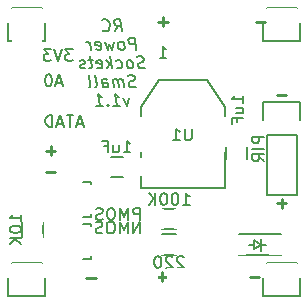
<source format=gbo>
G04 #@! TF.FileFunction,Legend,Bot*
%FSLAX46Y46*%
G04 Gerber Fmt 4.6, Leading zero omitted, Abs format (unit mm)*
G04 Created by KiCad (PCBNEW 4.0.1-stable) date 01/09/2016 20:31:34*
%MOMM*%
G01*
G04 APERTURE LIST*
%ADD10C,0.101600*%
%ADD11C,0.152400*%
%ADD12C,0.254000*%
%ADD13C,0.150000*%
%ADD14R,1.650000X1.900000*%
%ADD15R,4.057600X2.432000*%
%ADD16R,1.416000X2.432000*%
%ADD17R,2.200860X1.200100*%
%ADD18R,2.432000X2.127200*%
%ADD19O,2.432000X2.127200*%
%ADD20R,1.900000X1.650000*%
%ADD21R,1.900000X1.700000*%
%ADD22R,1.700000X1.900000*%
%ADD23R,2.127200X2.127200*%
%ADD24O,2.127200X2.127200*%
%ADD25R,2.635200X2.635200*%
%ADD26R,1.797000X1.797000*%
%ADD27C,1.797000*%
%ADD28R,2.178000X1.670000*%
%ADD29R,2.432000X2.432000*%
%ADD30O,2.432000X2.432000*%
G04 APERTURE END LIST*
D10*
D11*
X152174714Y-70485333D02*
X151690905Y-70485333D01*
X152271476Y-70775619D02*
X151932809Y-69759619D01*
X151594143Y-70775619D01*
X151061952Y-69759619D02*
X150965191Y-69759619D01*
X150868429Y-69808000D01*
X150820048Y-69856381D01*
X150771667Y-69953143D01*
X150723286Y-70146667D01*
X150723286Y-70388571D01*
X150771667Y-70582095D01*
X150820048Y-70678857D01*
X150868429Y-70727238D01*
X150965191Y-70775619D01*
X151061952Y-70775619D01*
X151158714Y-70727238D01*
X151207095Y-70678857D01*
X151255476Y-70582095D01*
X151303857Y-70388571D01*
X151303857Y-70146667D01*
X151255476Y-69953143D01*
X151207095Y-69856381D01*
X151158714Y-69808000D01*
X151061952Y-69759619D01*
X153087904Y-67600619D02*
X152458952Y-67600619D01*
X152797618Y-67987667D01*
X152652476Y-67987667D01*
X152555714Y-68036048D01*
X152507333Y-68084429D01*
X152458952Y-68181190D01*
X152458952Y-68423095D01*
X152507333Y-68519857D01*
X152555714Y-68568238D01*
X152652476Y-68616619D01*
X152942761Y-68616619D01*
X153039523Y-68568238D01*
X153087904Y-68519857D01*
X152168666Y-67600619D02*
X151829999Y-68616619D01*
X151491333Y-67600619D01*
X151249428Y-67600619D02*
X150620476Y-67600619D01*
X150959142Y-67987667D01*
X150814000Y-67987667D01*
X150717238Y-68036048D01*
X150668857Y-68084429D01*
X150620476Y-68181190D01*
X150620476Y-68423095D01*
X150668857Y-68519857D01*
X150717238Y-68568238D01*
X150814000Y-68616619D01*
X151104285Y-68616619D01*
X151201047Y-68568238D01*
X151249428Y-68519857D01*
X160429714Y-68362619D02*
X161010285Y-68362619D01*
X160719999Y-68362619D02*
X160719999Y-67346619D01*
X160816761Y-67491762D01*
X160913523Y-67588524D01*
X161010285Y-67636905D01*
D12*
X169362047Y-65308571D02*
X168587952Y-65308571D01*
X161107047Y-65308571D02*
X160332952Y-65308571D01*
X160720000Y-65695619D02*
X160720000Y-64921524D01*
X168854047Y-86898571D02*
X168079952Y-86898571D01*
X160980047Y-86898571D02*
X160205952Y-86898571D01*
X160593000Y-87285619D02*
X160593000Y-86511524D01*
X155011047Y-87025571D02*
X154236952Y-87025571D01*
X151582047Y-78008571D02*
X150807952Y-78008571D01*
X151582047Y-76230571D02*
X150807952Y-76230571D01*
X151195000Y-76617619D02*
X151195000Y-75843524D01*
D11*
X169307619Y-75015000D02*
X168291619Y-75015000D01*
X168291619Y-75402047D01*
X168340000Y-75498809D01*
X168388381Y-75547190D01*
X168485143Y-75595571D01*
X168630286Y-75595571D01*
X168727048Y-75547190D01*
X168775429Y-75498809D01*
X168823810Y-75402047D01*
X168823810Y-75015000D01*
X169307619Y-76031000D02*
X168291619Y-76031000D01*
X169307619Y-77095381D02*
X168823810Y-76756715D01*
X169307619Y-76514810D02*
X168291619Y-76514810D01*
X168291619Y-76901857D01*
X168340000Y-76998619D01*
X168388381Y-77047000D01*
X168485143Y-77095381D01*
X168630286Y-77095381D01*
X168727048Y-77047000D01*
X168775429Y-76998619D01*
X168823810Y-76901857D01*
X168823810Y-76514810D01*
D12*
X171140047Y-71531571D02*
X170365952Y-71531571D01*
X171140047Y-80675571D02*
X170365952Y-80675571D01*
X170753000Y-81062619D02*
X170753000Y-80288524D01*
D11*
X153910380Y-73914333D02*
X153426571Y-73914333D01*
X154007142Y-74204619D02*
X153668475Y-73188619D01*
X153329809Y-74204619D01*
X153136285Y-73188619D02*
X152555714Y-73188619D01*
X152845999Y-74204619D02*
X152845999Y-73188619D01*
X152265428Y-73914333D02*
X151781619Y-73914333D01*
X152362190Y-74204619D02*
X152023523Y-73188619D01*
X151684857Y-74204619D01*
X151346190Y-74204619D02*
X151346190Y-73188619D01*
X151104285Y-73188619D01*
X150959143Y-73237000D01*
X150862381Y-73333762D01*
X150814000Y-73430524D01*
X150765619Y-73624048D01*
X150765619Y-73769190D01*
X150814000Y-73962714D01*
X150862381Y-74059476D01*
X150959143Y-74156238D01*
X151104285Y-74204619D01*
X151346190Y-74204619D01*
X156652976Y-66102019D02*
X156931166Y-65618210D01*
X157233547Y-66102019D02*
X157106547Y-65086019D01*
X156719500Y-65086019D01*
X156628786Y-65134400D01*
X156586453Y-65182781D01*
X156550167Y-65279543D01*
X156568310Y-65424686D01*
X156628786Y-65521448D01*
X156683215Y-65569829D01*
X156786024Y-65618210D01*
X157173071Y-65618210D01*
X155624881Y-66005257D02*
X155679310Y-66053638D01*
X155830500Y-66102019D01*
X155927262Y-66102019D01*
X156066357Y-66053638D01*
X156151023Y-65956876D01*
X156187309Y-65860114D01*
X156211500Y-65666590D01*
X156193357Y-65521448D01*
X156120785Y-65327924D01*
X156060309Y-65231162D01*
X155951452Y-65134400D01*
X155800262Y-65086019D01*
X155703500Y-65086019D01*
X155564405Y-65134400D01*
X155522072Y-65182781D01*
X158467261Y-67676819D02*
X158340261Y-66660819D01*
X157953214Y-66660819D01*
X157862500Y-66709200D01*
X157820167Y-66757581D01*
X157783881Y-66854343D01*
X157802024Y-66999486D01*
X157862500Y-67096248D01*
X157916929Y-67144629D01*
X158019738Y-67193010D01*
X158406785Y-67193010D01*
X157306118Y-67676819D02*
X157396833Y-67628438D01*
X157439166Y-67580057D01*
X157475452Y-67483295D01*
X157439166Y-67193010D01*
X157378690Y-67096248D01*
X157324261Y-67047867D01*
X157221452Y-66999486D01*
X157076310Y-66999486D01*
X156985595Y-67047867D01*
X156943262Y-67096248D01*
X156906976Y-67193010D01*
X156943262Y-67483295D01*
X157003738Y-67580057D01*
X157058167Y-67628438D01*
X157160976Y-67676819D01*
X157306118Y-67676819D01*
X156544119Y-66999486D02*
X156435261Y-67676819D01*
X156181262Y-67193010D01*
X156048214Y-67676819D01*
X155770024Y-66999486D01*
X155074548Y-67628438D02*
X155177357Y-67676819D01*
X155370880Y-67676819D01*
X155461595Y-67628438D01*
X155497880Y-67531676D01*
X155449500Y-67144629D01*
X155389023Y-67047867D01*
X155286214Y-66999486D01*
X155092691Y-66999486D01*
X155001976Y-67047867D01*
X154965691Y-67144629D01*
X154977786Y-67241390D01*
X155473690Y-67338152D01*
X154596785Y-67676819D02*
X154512119Y-66999486D01*
X154536309Y-67193010D02*
X154475833Y-67096248D01*
X154421404Y-67047867D01*
X154318595Y-66999486D01*
X154221834Y-66999486D01*
X159186928Y-69203238D02*
X159047832Y-69251619D01*
X158805928Y-69251619D01*
X158703119Y-69203238D01*
X158648690Y-69154857D01*
X158588214Y-69058095D01*
X158576119Y-68961333D01*
X158612404Y-68864571D01*
X158654738Y-68816190D01*
X158745452Y-68767810D01*
X158932928Y-68719429D01*
X159023642Y-68671048D01*
X159065975Y-68622667D01*
X159102261Y-68525905D01*
X159090166Y-68429143D01*
X159029690Y-68332381D01*
X158975261Y-68284000D01*
X158872451Y-68235619D01*
X158630547Y-68235619D01*
X158491452Y-68284000D01*
X158031832Y-69251619D02*
X158122547Y-69203238D01*
X158164880Y-69154857D01*
X158201166Y-69058095D01*
X158164880Y-68767810D01*
X158104404Y-68671048D01*
X158049975Y-68622667D01*
X157947166Y-68574286D01*
X157802024Y-68574286D01*
X157711309Y-68622667D01*
X157668976Y-68671048D01*
X157632690Y-68767810D01*
X157668976Y-69058095D01*
X157729452Y-69154857D01*
X157783881Y-69203238D01*
X157886690Y-69251619D01*
X158031832Y-69251619D01*
X156816262Y-69203238D02*
X156919071Y-69251619D01*
X157112594Y-69251619D01*
X157203309Y-69203238D01*
X157245642Y-69154857D01*
X157281928Y-69058095D01*
X157245642Y-68767810D01*
X157185166Y-68671048D01*
X157130737Y-68622667D01*
X157027928Y-68574286D01*
X156834405Y-68574286D01*
X156743690Y-68622667D01*
X156386880Y-69251619D02*
X156259880Y-68235619D01*
X156241737Y-68864571D02*
X155999833Y-69251619D01*
X155915167Y-68574286D02*
X156350595Y-68961333D01*
X155171310Y-69203238D02*
X155274119Y-69251619D01*
X155467642Y-69251619D01*
X155558357Y-69203238D01*
X155594642Y-69106476D01*
X155546262Y-68719429D01*
X155485785Y-68622667D01*
X155382976Y-68574286D01*
X155189453Y-68574286D01*
X155098738Y-68622667D01*
X155062453Y-68719429D01*
X155074548Y-68816190D01*
X155570452Y-68912952D01*
X154754024Y-68574286D02*
X154366976Y-68574286D01*
X154566547Y-68235619D02*
X154675404Y-69106476D01*
X154639119Y-69203238D01*
X154548404Y-69251619D01*
X154451642Y-69251619D01*
X154155310Y-69203238D02*
X154064595Y-69251619D01*
X153871071Y-69251619D01*
X153768263Y-69203238D01*
X153707786Y-69106476D01*
X153701739Y-69058095D01*
X153738025Y-68961333D01*
X153828738Y-68912952D01*
X153973881Y-68912952D01*
X154064595Y-68864571D01*
X154100881Y-68767810D01*
X154094834Y-68719429D01*
X154034357Y-68622667D01*
X153931548Y-68574286D01*
X153786405Y-68574286D01*
X153695691Y-68622667D01*
X158412833Y-70778038D02*
X158273737Y-70826419D01*
X158031833Y-70826419D01*
X157929024Y-70778038D01*
X157874595Y-70729657D01*
X157814119Y-70632895D01*
X157802024Y-70536133D01*
X157838309Y-70439371D01*
X157880643Y-70390990D01*
X157971357Y-70342610D01*
X158158833Y-70294229D01*
X158249547Y-70245848D01*
X158291880Y-70197467D01*
X158328166Y-70100705D01*
X158316071Y-70003943D01*
X158255595Y-69907181D01*
X158201166Y-69858800D01*
X158098356Y-69810419D01*
X157856452Y-69810419D01*
X157717357Y-69858800D01*
X157402880Y-70826419D02*
X157318214Y-70149086D01*
X157330309Y-70245848D02*
X157275880Y-70197467D01*
X157173071Y-70149086D01*
X157027929Y-70149086D01*
X156937214Y-70197467D01*
X156900929Y-70294229D01*
X156967452Y-70826419D01*
X156900929Y-70294229D02*
X156840452Y-70197467D01*
X156737643Y-70149086D01*
X156592500Y-70149086D01*
X156501785Y-70197467D01*
X156465500Y-70294229D01*
X156532023Y-70826419D01*
X155612785Y-70826419D02*
X155546262Y-70294229D01*
X155582547Y-70197467D01*
X155673262Y-70149086D01*
X155866785Y-70149086D01*
X155969594Y-70197467D01*
X155606738Y-70778038D02*
X155709547Y-70826419D01*
X155951451Y-70826419D01*
X156042166Y-70778038D01*
X156078451Y-70681276D01*
X156066356Y-70584514D01*
X156005880Y-70487752D01*
X155903070Y-70439371D01*
X155661166Y-70439371D01*
X155558357Y-70390990D01*
X154983832Y-70826419D02*
X155074547Y-70778038D01*
X155110832Y-70681276D01*
X155001975Y-69810419D01*
X154451642Y-70826419D02*
X154542357Y-70778038D01*
X154578642Y-70681276D01*
X154469785Y-69810419D01*
X157826214Y-71723886D02*
X157668975Y-72401219D01*
X157342405Y-71723886D01*
X156507833Y-72401219D02*
X157088404Y-72401219D01*
X156798118Y-72401219D02*
X156671118Y-71385219D01*
X156786023Y-71530362D01*
X156894880Y-71627124D01*
X156997690Y-71675505D01*
X156060309Y-72304457D02*
X156017976Y-72352838D01*
X156072404Y-72401219D01*
X156114738Y-72352838D01*
X156060309Y-72304457D01*
X156072404Y-72401219D01*
X155056404Y-72401219D02*
X155636975Y-72401219D01*
X155346689Y-72401219D02*
X155219689Y-71385219D01*
X155334594Y-71530362D01*
X155443451Y-71627124D01*
X155546261Y-71675505D01*
D13*
X167793000Y-75932000D02*
X167793000Y-76932000D01*
X166093000Y-76932000D02*
X166093000Y-75932000D01*
X165927000Y-76285000D02*
X165927000Y-79333000D01*
X165927000Y-79333000D02*
X158815000Y-79333000D01*
X158815000Y-79333000D02*
X158815000Y-76285000D01*
X165927000Y-73237000D02*
X165927000Y-72475000D01*
X165927000Y-72475000D02*
X164403000Y-70189000D01*
X164403000Y-70189000D02*
X160339000Y-70189000D01*
X160339000Y-70189000D02*
X158815000Y-72475000D01*
X158815000Y-72475000D02*
X158815000Y-73237000D01*
X153938200Y-85404820D02*
X154639240Y-85404820D01*
X154639240Y-85404820D02*
X154639240Y-85155900D01*
X154639240Y-82605840D02*
X154639240Y-82405180D01*
X154639240Y-82405180D02*
X153938200Y-82405180D01*
X153938200Y-81848820D02*
X154639240Y-81848820D01*
X154639240Y-81848820D02*
X154639240Y-81599900D01*
X154639240Y-79049840D02*
X154639240Y-78849180D01*
X154639240Y-78849180D02*
X153938200Y-78849180D01*
X169203000Y-73618000D02*
X169203000Y-72068000D01*
X169203000Y-72068000D02*
X172303000Y-72068000D01*
X172303000Y-72068000D02*
X172303000Y-73618000D01*
X169483000Y-74888000D02*
X169483000Y-79968000D01*
X169483000Y-79968000D02*
X172023000Y-79968000D01*
X172023000Y-79968000D02*
X172023000Y-74888000D01*
X172023000Y-74888000D02*
X169483000Y-74888000D01*
X156303000Y-76705000D02*
X157303000Y-76705000D01*
X157303000Y-78405000D02*
X156303000Y-78405000D01*
X160628000Y-85034000D02*
X161828000Y-85034000D01*
X161828000Y-83284000D02*
X160628000Y-83284000D01*
X160628000Y-82875000D02*
X161828000Y-82875000D01*
X161828000Y-81125000D02*
X160628000Y-81125000D01*
X148796000Y-82289000D02*
X148796000Y-83489000D01*
X150546000Y-83489000D02*
X150546000Y-82289000D01*
X150713000Y-88503000D02*
X150713000Y-86953000D01*
X147613000Y-86953000D02*
X147613000Y-88503000D01*
X147613000Y-88503000D02*
X150713000Y-88503000D01*
X147893000Y-85683000D02*
X150433000Y-85683000D01*
X172303000Y-88503000D02*
X172303000Y-86953000D01*
X169203000Y-86953000D02*
X169203000Y-88503000D01*
X169203000Y-88503000D02*
X172303000Y-88503000D01*
X169483000Y-85683000D02*
X172023000Y-85683000D01*
X150713000Y-66913000D02*
X150713000Y-65363000D01*
X147613000Y-65363000D02*
X147613000Y-66913000D01*
X147613000Y-66913000D02*
X150713000Y-66913000D01*
X147893000Y-64093000D02*
X150433000Y-64093000D01*
X172303000Y-66913000D02*
X172303000Y-65363000D01*
X169203000Y-65363000D02*
X169203000Y-66913000D01*
X169203000Y-66913000D02*
X172303000Y-66913000D01*
X169483000Y-64093000D02*
X172023000Y-64093000D01*
X168403500Y-84159000D02*
X168022500Y-84159000D01*
X169419500Y-84159000D02*
X169038500Y-84159000D01*
X169038500Y-84159000D02*
X168403500Y-83778000D01*
X168403500Y-83778000D02*
X168403500Y-84540000D01*
X168403500Y-84540000D02*
X169038500Y-84159000D01*
X169038500Y-83651000D02*
X169038500Y-84667000D01*
X170721000Y-85059000D02*
X167181000Y-85059000D01*
X170721000Y-83259000D02*
X167181000Y-83259000D01*
X167522381Y-72133762D02*
X167522381Y-71562333D01*
X167522381Y-71848047D02*
X166522381Y-71848047D01*
X166665238Y-71752809D01*
X166760476Y-71657571D01*
X166808095Y-71562333D01*
X166855714Y-72990905D02*
X167522381Y-72990905D01*
X166855714Y-72562333D02*
X167379524Y-72562333D01*
X167474762Y-72609952D01*
X167522381Y-72705190D01*
X167522381Y-72848048D01*
X167474762Y-72943286D01*
X167427143Y-72990905D01*
X166998571Y-73800429D02*
X166998571Y-73467095D01*
X167522381Y-73467095D02*
X166522381Y-73467095D01*
X166522381Y-73943286D01*
X163132905Y-74340381D02*
X163132905Y-75149905D01*
X163085286Y-75245143D01*
X163037667Y-75292762D01*
X162942429Y-75340381D01*
X162751952Y-75340381D01*
X162656714Y-75292762D01*
X162609095Y-75245143D01*
X162561476Y-75149905D01*
X162561476Y-74340381D01*
X161561476Y-75340381D02*
X162132905Y-75340381D01*
X161847191Y-75340381D02*
X161847191Y-74340381D01*
X161942429Y-74483238D01*
X162037667Y-74578476D01*
X162132905Y-74626095D01*
X158767143Y-83214381D02*
X158767143Y-82214381D01*
X158195714Y-83214381D01*
X158195714Y-82214381D01*
X157719524Y-83214381D02*
X157719524Y-82214381D01*
X157386190Y-82928667D01*
X157052857Y-82214381D01*
X157052857Y-83214381D01*
X156386191Y-82214381D02*
X156195714Y-82214381D01*
X156100476Y-82262000D01*
X156005238Y-82357238D01*
X155957619Y-82547714D01*
X155957619Y-82881048D01*
X156005238Y-83071524D01*
X156100476Y-83166762D01*
X156195714Y-83214381D01*
X156386191Y-83214381D01*
X156481429Y-83166762D01*
X156576667Y-83071524D01*
X156624286Y-82881048D01*
X156624286Y-82547714D01*
X156576667Y-82357238D01*
X156481429Y-82262000D01*
X156386191Y-82214381D01*
X155576667Y-83166762D02*
X155433810Y-83214381D01*
X155195714Y-83214381D01*
X155100476Y-83166762D01*
X155052857Y-83119143D01*
X155005238Y-83023905D01*
X155005238Y-82928667D01*
X155052857Y-82833429D01*
X155100476Y-82785810D01*
X155195714Y-82738190D01*
X155386191Y-82690571D01*
X155481429Y-82642952D01*
X155529048Y-82595333D01*
X155576667Y-82500095D01*
X155576667Y-82404857D01*
X155529048Y-82309619D01*
X155481429Y-82262000D01*
X155386191Y-82214381D01*
X155148095Y-82214381D01*
X155005238Y-82262000D01*
X158743333Y-82071381D02*
X158743333Y-81071381D01*
X158362380Y-81071381D01*
X158267142Y-81119000D01*
X158219523Y-81166619D01*
X158171904Y-81261857D01*
X158171904Y-81404714D01*
X158219523Y-81499952D01*
X158267142Y-81547571D01*
X158362380Y-81595190D01*
X158743333Y-81595190D01*
X157743333Y-82071381D02*
X157743333Y-81071381D01*
X157409999Y-81785667D01*
X157076666Y-81071381D01*
X157076666Y-82071381D01*
X156410000Y-81071381D02*
X156219523Y-81071381D01*
X156124285Y-81119000D01*
X156029047Y-81214238D01*
X155981428Y-81404714D01*
X155981428Y-81738048D01*
X156029047Y-81928524D01*
X156124285Y-82023762D01*
X156219523Y-82071381D01*
X156410000Y-82071381D01*
X156505238Y-82023762D01*
X156600476Y-81928524D01*
X156648095Y-81738048D01*
X156648095Y-81404714D01*
X156600476Y-81214238D01*
X156505238Y-81119000D01*
X156410000Y-81071381D01*
X155600476Y-82023762D02*
X155457619Y-82071381D01*
X155219523Y-82071381D01*
X155124285Y-82023762D01*
X155076666Y-81976143D01*
X155029047Y-81880905D01*
X155029047Y-81785667D01*
X155076666Y-81690429D01*
X155124285Y-81642810D01*
X155219523Y-81595190D01*
X155410000Y-81547571D01*
X155505238Y-81499952D01*
X155552857Y-81452333D01*
X155600476Y-81357095D01*
X155600476Y-81261857D01*
X155552857Y-81166619D01*
X155505238Y-81119000D01*
X155410000Y-81071381D01*
X155171904Y-81071381D01*
X155029047Y-81119000D01*
X157378238Y-76356381D02*
X157949667Y-76356381D01*
X157663953Y-76356381D02*
X157663953Y-75356381D01*
X157759191Y-75499238D01*
X157854429Y-75594476D01*
X157949667Y-75642095D01*
X156521095Y-75689714D02*
X156521095Y-76356381D01*
X156949667Y-75689714D02*
X156949667Y-76213524D01*
X156902048Y-76308762D01*
X156806810Y-76356381D01*
X156663952Y-76356381D01*
X156568714Y-76308762D01*
X156521095Y-76261143D01*
X155711571Y-75832571D02*
X156044905Y-75832571D01*
X156044905Y-76356381D02*
X156044905Y-75356381D01*
X155568714Y-75356381D01*
X162466095Y-85230619D02*
X162418476Y-85183000D01*
X162323238Y-85135381D01*
X162085142Y-85135381D01*
X161989904Y-85183000D01*
X161942285Y-85230619D01*
X161894666Y-85325857D01*
X161894666Y-85421095D01*
X161942285Y-85563952D01*
X162513714Y-86135381D01*
X161894666Y-86135381D01*
X161513714Y-85230619D02*
X161466095Y-85183000D01*
X161370857Y-85135381D01*
X161132761Y-85135381D01*
X161037523Y-85183000D01*
X160989904Y-85230619D01*
X160942285Y-85325857D01*
X160942285Y-85421095D01*
X160989904Y-85563952D01*
X161561333Y-86135381D01*
X160942285Y-86135381D01*
X160323238Y-85135381D02*
X160227999Y-85135381D01*
X160132761Y-85183000D01*
X160085142Y-85230619D01*
X160037523Y-85325857D01*
X159989904Y-85516333D01*
X159989904Y-85754429D01*
X160037523Y-85944905D01*
X160085142Y-86040143D01*
X160132761Y-86087762D01*
X160227999Y-86135381D01*
X160323238Y-86135381D01*
X160418476Y-86087762D01*
X160466095Y-86040143D01*
X160513714Y-85944905D01*
X160561333Y-85754429D01*
X160561333Y-85516333D01*
X160513714Y-85325857D01*
X160466095Y-85230619D01*
X160418476Y-85183000D01*
X160323238Y-85135381D01*
X162394666Y-80801381D02*
X162966095Y-80801381D01*
X162680381Y-80801381D02*
X162680381Y-79801381D01*
X162775619Y-79944238D01*
X162870857Y-80039476D01*
X162966095Y-80087095D01*
X161775619Y-79801381D02*
X161680380Y-79801381D01*
X161585142Y-79849000D01*
X161537523Y-79896619D01*
X161489904Y-79991857D01*
X161442285Y-80182333D01*
X161442285Y-80420429D01*
X161489904Y-80610905D01*
X161537523Y-80706143D01*
X161585142Y-80753762D01*
X161680380Y-80801381D01*
X161775619Y-80801381D01*
X161870857Y-80753762D01*
X161918476Y-80706143D01*
X161966095Y-80610905D01*
X162013714Y-80420429D01*
X162013714Y-80182333D01*
X161966095Y-79991857D01*
X161918476Y-79896619D01*
X161870857Y-79849000D01*
X161775619Y-79801381D01*
X160823238Y-79801381D02*
X160727999Y-79801381D01*
X160632761Y-79849000D01*
X160585142Y-79896619D01*
X160537523Y-79991857D01*
X160489904Y-80182333D01*
X160489904Y-80420429D01*
X160537523Y-80610905D01*
X160585142Y-80706143D01*
X160632761Y-80753762D01*
X160727999Y-80801381D01*
X160823238Y-80801381D01*
X160918476Y-80753762D01*
X160966095Y-80706143D01*
X161013714Y-80610905D01*
X161061333Y-80420429D01*
X161061333Y-80182333D01*
X161013714Y-79991857D01*
X160966095Y-79896619D01*
X160918476Y-79849000D01*
X160823238Y-79801381D01*
X160061333Y-80801381D02*
X160061333Y-79801381D01*
X159489904Y-80801381D02*
X159918476Y-80229952D01*
X159489904Y-79801381D02*
X160061333Y-80372810D01*
X148726381Y-82198524D02*
X148726381Y-81627095D01*
X148726381Y-81912809D02*
X147726381Y-81912809D01*
X147869238Y-81817571D01*
X147964476Y-81722333D01*
X148012095Y-81627095D01*
X147726381Y-82817571D02*
X147726381Y-82912810D01*
X147774000Y-83008048D01*
X147821619Y-83055667D01*
X147916857Y-83103286D01*
X148107333Y-83150905D01*
X148345429Y-83150905D01*
X148535905Y-83103286D01*
X148631143Y-83055667D01*
X148678762Y-83008048D01*
X148726381Y-82912810D01*
X148726381Y-82817571D01*
X148678762Y-82722333D01*
X148631143Y-82674714D01*
X148535905Y-82627095D01*
X148345429Y-82579476D01*
X148107333Y-82579476D01*
X147916857Y-82627095D01*
X147821619Y-82674714D01*
X147774000Y-82722333D01*
X147726381Y-82817571D01*
X148726381Y-83579476D02*
X147726381Y-83579476D01*
X148726381Y-84150905D02*
X148154952Y-83722333D01*
X147726381Y-84150905D02*
X148297810Y-83579476D01*
%LPC*%
D14*
X166943000Y-77682000D03*
X166943000Y-75182000D03*
D15*
X162371000Y-71459000D03*
D16*
X162371000Y-78063000D03*
X160085000Y-78063000D03*
X164657000Y-78063000D03*
D17*
X152487860Y-84855000D03*
X152487860Y-82955000D03*
X155490140Y-83905000D03*
X152487860Y-81299000D03*
X152487860Y-79399000D03*
X155490140Y-80349000D03*
D18*
X170753000Y-73618000D03*
D19*
X170753000Y-76158000D03*
X170753000Y-78698000D03*
D18*
X149163000Y-78698000D03*
D19*
X149163000Y-76158000D03*
X149163000Y-73618000D03*
D20*
X158053000Y-77555000D03*
X155553000Y-77555000D03*
D21*
X162578000Y-84159000D03*
X159878000Y-84159000D03*
X162578000Y-82000000D03*
X159878000Y-82000000D03*
D22*
X149671000Y-84239000D03*
X149671000Y-81539000D03*
D23*
X162371000Y-67903000D03*
D24*
X162371000Y-65363000D03*
X164911000Y-67903000D03*
X164911000Y-65363000D03*
X167451000Y-67903000D03*
X167451000Y-65363000D03*
D25*
X149163000Y-86953000D03*
X170753000Y-86953000D03*
X149163000Y-65363000D03*
X170753000Y-65363000D03*
D26*
X161863000Y-86953000D03*
D27*
X164403000Y-86953000D03*
X166943000Y-86953000D03*
D28*
X170803800Y-84159000D03*
X166663600Y-84159000D03*
D25*
X149163000Y-70443000D03*
X149163000Y-67903000D03*
D29*
X156529000Y-86953000D03*
D30*
X159069000Y-86953000D03*
M02*

</source>
